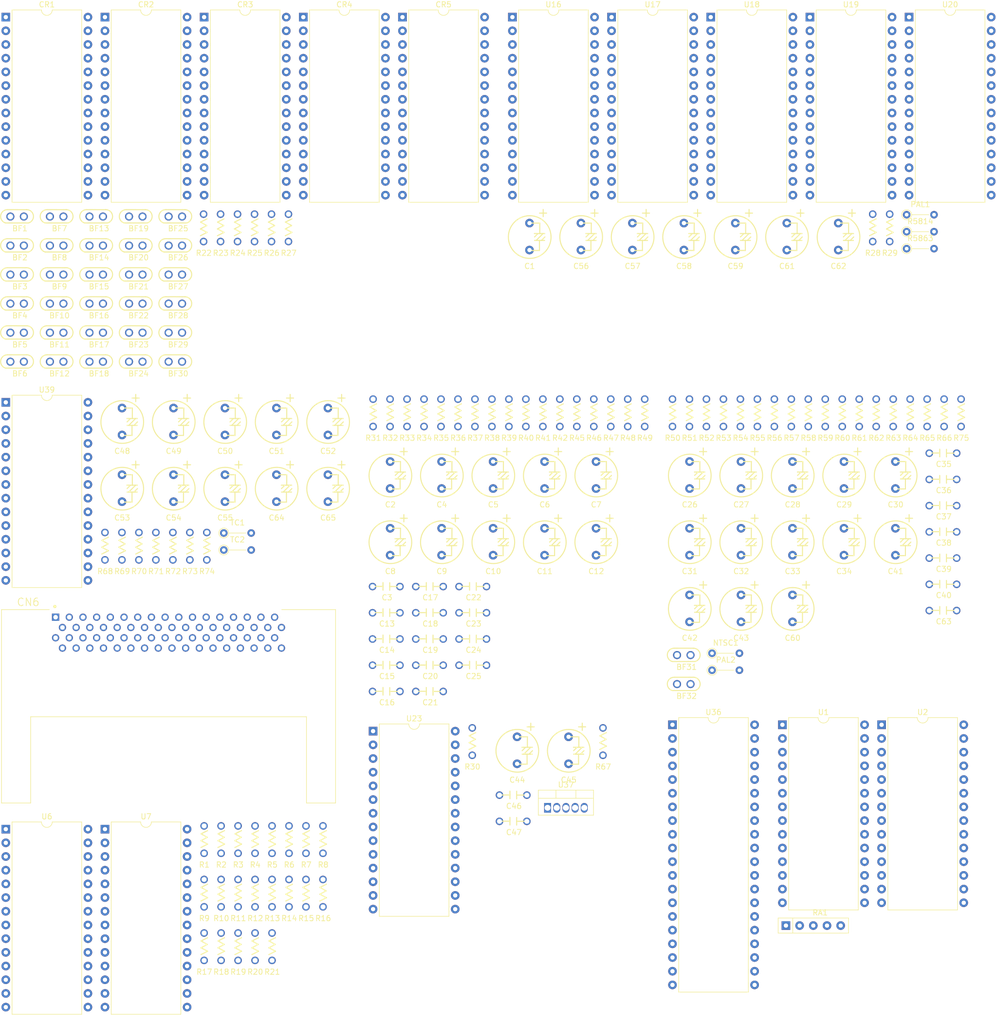
<source format=kicad_pcb>
(kicad_pcb (version 20221018) (generator pcbnew)
  (layers (0 "F.Cu" signal) (31 "B.Cu" signal) (34 "B.Paste" user) (35 "F.Paste" user) (36 "B.SilkS" user "B.Silkscreen") (37 "F.SilkS" user "F.Silkscreen") (38 "B.Mask" user) (39 "F.Mask" user) (44 "Edge.Cuts" user))
  (net 0 "")
  (net 1 "Net-(CR2-IN2)")
  (net 2 "Net-(BF1-Pad2)")
  (net 3 "Net-(CR3-IN4)")
  (net 4 "Net-(BF2-Pad2)")
  (net 5 "Net-(CR3-IN2)")
  (net 6 "Net-(BF3-Pad2)")
  (net 7 "Net-(CR4-IN4)")
  (net 8 "Net-(BF4-Pad2)")
  (net 9 "Net-(CR4-IN2)")
  (net 10 "Net-(BF5-Pad2)")
  (net 11 "Net-(CR5-IN4)")
  (net 12 "Net-(BF6-Pad2)")
  (net 13 "Net-(CR5-IN2)")
  (net 14 "Net-(BF7-Pad2)")
  (net 15 "Net-(CR5-IN1)")
  (net 16 "Net-(CN1-P9)")
  (net 17 "Net-(CR5-IN3)")
  (net 18 "Net-(CN1-P10)")
  (net 19 "Net-(CR4-IN1)")
  (net 20 "Net-(CN1-P111)")
  (net 21 "Net-(CR4-IN3)")
  (net 22 "Net-(CN1-P12)")
  (net 23 "Net-(CR3-IN1)")
  (net 24 "Net-(CN1-P13)")
  (net 25 "Net-(CR3-IN3)")
  (net 26 "Net-(CN2-P9)")
  (net 27 "Net-(CR2-IN1)")
  (net 28 "Net-(CN2-P10)")
  (net 29 "Net-(CR2-IN4)")
  (net 30 "Net-(BF15-Pad2)")
  (net 31 "Net-(CR1-IN2)")
  (net 32 "Net-(BF16-Pad2)")
  (net 33 "Net-(CR1-IN4)")
  (net 34 "Net-(BF17-Pad2)")
  (net 35 "Net-(CR2-IN3)")
  (net 36 "Net-(CN2-P111)")
  (net 37 "Net-(CR1-IN1)")
  (net 38 "Net-(CN2-P12)")
  (net 39 "Net-(CR1-IN3)")
  (net 40 "Net-(CN2-P13)")
  (net 41 "Net-(BF21-Pad1)")
  (net 42 "Net-(CN1-P15)")
  (net 43 "Net-(BF22-Pad1)")
  (net 44 "Net-(BF22-Pad2)")
  (net 45 "Net-(BF23-Pad1)")
  (net 46 "Net-(CN1-P14)")
  (net 47 "Net-(BF24-Pad1)")
  (net 48 "Net-(CN2-P14)")
  (net 49 "Net-(BF25-Pad1)")
  (net 50 "Net-(BF25-Pad2)")
  (net 51 "Net-(BF26-Pad1)")
  (net 52 "Net-(CN2-P15)")
  (net 53 "Net-(BF27-Pad1)")
  (net 54 "VCC")
  (net 55 "Net-(BF28-Pad1)")
  (net 56 "GND")
  (net 57 "Net-(BF29-Pad1)")
  (net 58 "Net-(BF30-Pad1)")
  (net 59 "Net-(BF31-Pad2)")
  (net 60 "Net-(BF32-Pad2)")
  (net 61 "Net-(U13-RST)")
  (net 62 "Net-(U26-RB)")
  (net 63 "Net-(U26-TOBUF)")
  (net 64 "Net-(U25-BY1)")
  (net 65 "Net-(U25-BY2)")
  (net 66 "Net-(U25-IN1)")
  (net 67 "Net-(C6-Pad2)")
  (net 68 "Net-(U25-IN2)")
  (net 69 "Net-(C7-Pad2)")
  (net 70 "Net-(C10-Pad1)")
  (net 71 "Net-(C12-Pad1)")
  (net 72 "Net-(C9-Pad2)")
  (net 73 "Net-(C10-Pad2)")
  (net 74 "Net-(U25-VR)")
  (net 75 "Net-(U26-CH2)")
  (net 76 "Net-(U26-CH1)")
  (net 77 "Net-(U29A--)")
  (net 78 "Net-(C15-Pad2)")
  (net 79 "Net-(C16-Pad1)")
  (net 80 "Net-(U29A-+)")
  (net 81 "Net-(C18-Pad1)")
  (net 82 "Net-(U29B--)")
  (net 83 "Net-(U29B-+)")
  (net 84 "Net-(C20-Pad2)")
  (net 85 "Net-(U27-AOUT)")
  (net 86 "Net-(C21-Pad2)")
  (net 87 "Net-(C22-Pad2)")
  (net 88 "Net-(C23-Pad1)")
  (net 89 "AUDIOL")
  (net 90 "Net-(C24-Pad1)")
  (net 91 "AUDIOR")
  (net 92 "Net-(U31A-+)")
  (net 93 "Net-(C26-Pad1)")
  (net 94 "Net-(U32-RIN)")
  (net 95 "Net-(C27-Pad1)")
  (net 96 "Net-(U32-GIN)")
  (net 97 "Net-(C28-Pad1)")
  (net 98 "Net-(U32-BIN)")
  (net 99 "Net-(C29-Pad1)")
  (net 100 "Net-(C29-Pad2)")
  (net 101 "Net-(U32-CIN)")
  (net 102 "Net-(C30-Pad2)")
  (net 103 "Net-(C31-Pad1)")
  (net 104 "Net-(U32-YIN)")
  (net 105 "Net-(U32-VREF)")
  (net 106 "Net-(U32-AUDIOOUT)")
  (net 107 "/RGB VIDEO/AUDIO")
  (net 108 "Net-(U32-AUDIOIN)")
  (net 109 "AUDIOMONO")
  (net 110 "Net-(U32-ROUT)")
  (net 111 "Net-(C36-Pad2)")
  (net 112 "Net-(U32-GOUT)")
  (net 113 "Net-(C37-Pad2)")
  (net 114 "Net-(U32-BOUT)")
  (net 115 "Net-(C38-Pad2)")
  (net 116 "Net-(U32-VIDEO)")
  (net 117 "Net-(C39-Pad2)")
  (net 118 "Net-(U32-SYNCOUT)")
  (net 119 "Net-(C40-Pad2)")
  (net 120 "Net-(U32-IREF)")
  (net 121 "Net-(C42-Pad1)")
  (net 122 "Net-(U32-XIN)")
  (net 123 "Net-(#FLG0102-pwr)")
  (net 124 "Net-(J4-In)")
  (net 125 "Net-(J4-Ext)")
  (net 126 "Net-(#FLG0103-pwr)")
  (net 127 "Net-(C48-Pad1)")
  (net 128 "Net-(U39-A1)")
  (net 129 "Net-(U39-A0)")
  (net 130 "Net-(D3-K)")
  (net 131 "Net-(C50-Pad2)")
  (net 132 "Net-(C51-Pad2)")
  (net 133 "Net-(C52-Pad2)")
  (net 134 "Net-(C53-Pad1)")
  (net 135 "Net-(C53-Pad2)")
  (net 136 "Net-(C54-Pad2)")
  (net 137 "Net-(C55-Pad2)")
  (net 138 "1MB")
  (net 139 "BNKB")
  (net 140 "PCK1")
  (net 141 "PCK2")
  (net 142 "CMBL")
  (net 143 "1H1")
  (net 144 "Net-(C65-Pad2)")
  (net 145 "/CARD INTERFACE/CDD3")
  (net 146 "/CARD INTERFACE/CDD4")
  (net 147 "/CARD INTERFACE/CDD5")
  (net 148 "/CARD INTERFACE/CDD6")
  (net 149 "/CARD INTERFACE/CDD7")
  (net 150 "CARDCS")
  (net 151 "/CARD INTERFACE/CDA10")
  (net 152 "CARDOE")
  (net 153 "/CARD INTERFACE/CDA11")
  (net 154 "/CARD INTERFACE/CDA9")
  (net 155 "/CARD INTERFACE/CDA8")
  (net 156 "/CARD INTERFACE/CDA13")
  (net 157 "/CARD INTERFACE/CDA14")
  (net 158 "Net-(CN6-Pad15)")
  (net 160 "/CARD INTERFACE/CDA16")
  (net 161 "/CARD INTERFACE/CDA15")
  (net 162 "/CARD INTERFACE/CDA12")
  (net 163 "/CARD INTERFACE/CDA7")
  (net 164 "/CARD INTERFACE/CDA6")
  (net 165 "/CARD INTERFACE/CDA5")
  (net 166 "/CARD INTERFACE/CDA4")
  (net 167 "/CARD INTERFACE/CDA3")
  (net 168 "/CARD INTERFACE/CDA2")
  (net 169 "/CARD INTERFACE/CDA1")
  (net 170 "/CARD INTERFACE/CDA0")
  (net 171 "/CARD INTERFACE/CDD0")
  (net 172 "/CARD INTERFACE/CDD1")
  (net 173 "/CARD INTERFACE/CDD2")
  (net 174 "WP")
  (net 175 "CD1")
  (net 176 "/CARD INTERFACE/CDD11")
  (net 177 "/CARD INTERFACE/CDD12")
  (net 178 "/CARD INTERFACE/CDD13")
  (net 179 "/CARD INTERFACE/CDD14")
  (net 180 "/CARD INTERFACE/CDD15")
  (net 184 "/CARD INTERFACE/CDA17")
  (net 185 "/CARD INTERFACE/CDA18")
  (net 186 "/CARD INTERFACE/CDA19")
  (net 187 "/CARD INTERFACE/CDA20")
  (net 188 "/CARD INTERFACE/CDA21")
  (net 189 "/CARD INTERFACE/CDA22")
  (net 190 "/CARD INTERFACE/CDA23")
  (net 197 "Net-(CN6-Pad61)")
  (net 200 "/CARD INTERFACE/CDD8")
  (net 201 "/CARD INTERFACE/CDD9")
  (net 202 "/CARD INTERFACE/CDD10")
  (net 203 "CD2")
  (net 204 "/CONTROLLER/IN16")
  (net 205 "/CONTROLLER/IN17")
  (net 206 "/CONTROLLER/IN22")
  (net 207 "/CONTROLLER/IN23")
  (net 208 "/CONTROLLER/IN12")
  (net 209 "/CONTROLLER/IN13")
  (net 210 "/CONTROLLER/IN14")
  (net 211 "/CONTROLLER/IN15")
  (net 212 "/CONTROLLER/IN20")
  (net 213 "/CONTROLLER/IN21")
  (net 214 "/CONTROLLER/IN10")
  (net 215 "/CONTROLLER/IN11")
  (net 216 "/CONTROLLER/IN4")
  (net 217 "/CONTROLLER/IN5")
  (net 218 "/CONTROLLER/IN6")
  (net 219 "/CONTROLLER/IN7")
  (net 220 "/CONTROLLER/IN0")
  (net 221 "/CONTROLLER/IN1")
  (net 222 "/CONTROLLER/IN2")
  (net 223 "/CONTROLLER/IN3")
  (net 224 "Net-(U32-NTSC{slash}PAL)")
  (net 225 "Net-(U21-INT)")
  (net 226 "Net-(U9-Q2)")
  (net 227 "BIN")
  (net 228 "Net-(U9-Q7)")
  (net 229 "GIN")
  (net 230 "Net-(U10-Q4)")
  (net 231 "RIN")
  (net 232 "Net-(R4-Pad1)")
  (net 233 "Net-(R5-Pad1)")
  (net 234 "Net-(R6-Pad1)")
  (net 235 "Net-(U9-Q0)")
  (net 236 "Net-(U9-Q1)")
  (net 237 "Net-(U9-Q3)")
  (net 238 "Net-(U9-Q4)")
  (net 239 "Net-(U9-Q5)")
  (net 240 "Net-(U9-Q6)")
  (net 241 "Net-(U10-Q0)")
  (net 242 "Net-(U10-Q1)")
  (net 243 "Net-(U10-Q2)")
  (net 244 "Net-(U10-Q3)")
  (net 245 "Net-(U10-Q5)")
  (net 246 "Net-(U10-Q6)")
  (net 247 "Net-(R19-Pad1)")
  (net 248 "Net-(R20-Pad1)")
  (net 249 "Net-(R21-Pad1)")
  (net 250 "Net-(R22-Pad1)")
  (net 251 "Net-(R23-Pad1)")
  (net 252 "Net-(R24-Pad1)")
  (net 253 "Net-(R25-Pad1)")
  (net 254 "Net-(R26-Pad1)")
  (net 255 "Net-(R27-Pad1)")
  (net 256 "Net-(U14-OUT)")
  (net 257 "Net-(U24-~{BUSRQ})")
  (net 258 "Z80INT")
  (net 259 "Net-(U25-OUT2)")
  (net 260 "Net-(U25-OUT1)")
  (net 261 "Net-(U30B--)")
  (net 262 "Net-(U30A--)")
  (net 263 "Net-(U31A--)")
  (net 264 "Net-(U31B-+)")
  (net 265 "Net-(U32-COUT)")
  (net 266 "Net-(U32-YOUT)")
  (net 267 "SYNC")
  (net 268 "/RGB VIDEO/VIDEO")
  (net 269 "/RGB VIDEO/B")
  (net 270 "/RGB VIDEO/G")
  (net 271 "/RGB VIDEO/R")
  (net 272 "Net-(SW2-A)")
  (net 273 "Net-(U39-PD)")
  (net 274 "DIVI")
  (net 275 "Net-(U19-A11)")
  (net 276 "Net-(U19-~{WE})")
  (net 277 "Net-(J1-B)")
  (net 278 "HALT")
  (net 279 "RESET")
  (net 280 "Net-(RA1-R4)")
  (net 281 "/CPU/A15")
  (net 282 "/CPU/A13")
  (net 283 "/CPU/A8")
  (net 284 "/CPU/A7")
  (net 285 "/CPU/A6")
  (net 286 "/CPU/A5")
  (net 287 "/CPU/A4")
  (net 288 "/CPU/A3")
  (net 289 "/CPU/A2")
  (net 290 "/CPU/A1")
  (net 291 "/CPU/D0")
  (net 292 "/CPU/D1")
  (net 293 "/CPU/D2")
  (net 294 "/CPU/D3")
  (net 295 "/CPU/D4")
  (net 296 "/CPU/D5")
  (net 297 "/CPU/D6")
  (net 298 "/CPU/D7")
  (net 299 "/CPU/A11")
  (net 300 "Net-(U1-~{OE})")
  (net 301 "/CPU/A12")
  (net 302 "/CPU/A10")
  (net 303 "/CPU/A9")
  (net 304 "/CPU/A14")
  (net 305 "Net-(U1-~{WE})")
  (net 306 "/CPU/D8")
  (net 307 "/CPU/D9")
  (net 308 "/CPU/D10")
  (net 309 "/CPU/D11")
  (net 310 "/CPU/D12")
  (net 311 "/CPU/D13")
  (net 312 "/CPU/D14")
  (net 313 "/CPU/D15")
  (net 314 "Net-(U2-~{OE})")
  (net 315 "Net-(U2-~{WE})")
  (net 316 "PALBNK")
  (net 317 "PA7")
  (net 318 "PA6")
  (net 319 "PA5")
  (net 320 "PA4")
  (net 321 "PA3")
  (net 322 "PA2")
  (net 323 "PA1")
  (net 324 "PA0")
  (net 325 "/VIDEO/PC8")
  (net 326 "/VIDEO/PC9")
  (net 327 "/VIDEO/PC10")
  (net 328 "/VIDEO/PC11")
  (net 329 "/VIDEO/PC12")
  (net 330 "/VIDEO/PC13")
  (net 331 "/VIDEO/PC14")
  (net 332 "/VIDEO/PC15")
  (net 333 "PA10")
  (net 334 "PA11")
  (net 335 "PA9")
  (net 336 "PA8")
  (net 337 "Net-(U5-WE)")
  (net 338 "/VIDEO/PC0")
  (net 339 "/VIDEO/PC1")
  (net 340 "/VIDEO/PC2")
  (net 341 "/VIDEO/PC3")
  (net 342 "/VIDEO/PC4")
  (net 343 "/VIDEO/PC5")
  (net 344 "/VIDEO/PC6")
  (net 345 "/VIDEO/PC7")
  (net 346 "/Cartridge Slots/P15")
  (net 347 "/Cartridge Slots/P12")
  (net 348 "/Cartridge Slots/P7")
  (net 349 "/Cartridge Slots/P6")
  (net 350 "/Cartridge Slots/P5")
  (net 351 "/Cartridge Slots/P4")
  (net 352 "/Cartridge Slots/P3")
  (net 353 "/Cartridge Slots/P2")
  (net 354 "/Cartridge Slots/P1")
  (net 355 "/Cartridge Slots/P0")
  (net 356 "Net-(U15-I0a)")
  (net 357 "Net-(U15-I1a)")
  (net 358 "Net-(U15-I2a)")
  (net 359 "Net-(U15-I3a)")
  (net 360 "Net-(U15-I0b)")
  (net 361 "Net-(U15-I1b)")
  (net 362 "Net-(U15-I2b)")
  (net 363 "Net-(U15-I3b)")
  (net 364 "Net-(U15-OEa)")
  (net 365 "/Cartridge Slots/P10")
  (net 366 "/Cartridge Slots/P11")
  (net 367 "/Cartridge Slots/P9")
  (net 368 "/Cartridge Slots/P8")
  (net 369 "/Cartridge Slots/P13")
  (net 370 "/Cartridge Slots/P14")
  (net 371 "/GRAPHICS/B14")
  (net 372 "/GRAPHICS/B12")
  (net 373 "/GRAPHICS/B7")
  (net 374 "/GRAPHICS/B6")
  (net 375 "/GRAPHICS/B5")
  (net 376 "/GRAPHICS/B4")
  (net 377 "/GRAPHICS/B3")
  (net 378 "/GRAPHICS/B2")
  (net 379 "/GRAPHICS/B1")
  (net 380 "/GRAPHICS/B0")
  (net 381 "/GRAPHICS/E0")
  (net 382 "/GRAPHICS/E1")
  (net 383 "/GRAPHICS/E2")
  (net 384 "/GRAPHICS/E3")
  (net 385 "/GRAPHICS/E4")
  (net 386 "/GRAPHICS/E5")
  (net 387 "/GRAPHICS/E6")
  (net 388 "/GRAPHICS/E7")
  (net 389 "/GRAPHICS/B10")
  (net 390 "Net-(U17-~{OE})")
  (net 391 "/GRAPHICS/B11")
  (net 392 "/GRAPHICS/B9")
  (net 393 "/GRAPHICS/B8")
  (net 394 "/GRAPHICS/B13")
  (net 395 "Net-(U17-~{WE})")
  (net 396 "/GRAPHICS/E8")
  (net 397 "/GRAPHICS/E9")
  (net 398 "/GRAPHICS/E10")
  (net 399 "/GRAPHICS/E11")
  (net 400 "/GRAPHICS/E12")
  (net 401 "/GRAPHICS/E13")
  (net 402 "/GRAPHICS/E14")
  (net 403 "/GRAPHICS/E15")
  (net 404 "/GRAPHICS/C7")
  (net 405 "/GRAPHICS/C6")
  (net 406 "/GRAPHICS/C5")
  (net 407 "/GRAPHICS/C4")
  (net 408 "/GRAPHICS/C3")
  (net 409 "/GRAPHICS/C2")
  (net 410 "/GRAPHICS/C1")
  (net 411 "/GRAPHICS/C0")
  (net 412 "/GRAPHICS/F0")
  (net 413 "/GRAPHICS/F1")
  (net 414 "/GRAPHICS/F2")
  (net 415 "/GRAPHICS/F3")
  (net 416 "/GRAPHICS/F4")
  (net 417 "/GRAPHICS/F5")
  (net 418 "/GRAPHICS/F6")
  (net 419 "/GRAPHICS/F7")
  (net 420 "/GRAPHICS/C10")
  (net 421 "/GRAPHICS/C9")
  (net 422 "/GRAPHICS/C8")
  (net 423 "/GRAPHICS/F8")
  (net 424 "/GRAPHICS/F9")
  (net 425 "/GRAPHICS/F10")
  (net 426 "/GRAPHICS/F11")
  (net 427 "/GRAPHICS/F12")
  (net 428 "/GRAPHICS/F13")
  (net 429 "/GRAPHICS/F14")
  (net 430 "/GRAPHICS/F15")
  (net 431 "/Cartridge Slots/SDA7")
  (net 432 "/Cartridge Slots/SDA6")
  (net 433 "/Cartridge Slots/SDA5")
  (net 434 "/Cartridge Slots/SDA4")
  (net 435 "/Cartridge Slots/SDA3")
  (net 436 "/Cartridge Slots/SDA2")
  (net 437 "/Cartridge Slots/SDA1")
  (net 438 "/Cartridge Slots/SDA0")
  (net 439 "/CPU/SDD0")
  (net 440 "/CPU/SDD1")
  (net 441 "/CPU/SDD2")
  (net 442 "/CPU/SDD3")
  (net 443 "/CPU/SDD4")
  (net 444 "/CPU/SDD5")
  (net 445 "/CPU/SDD6")
  (net 446 "/CPU/SDD7")
  (net 447 "Net-(U22-SROMB)")
  (net 448 "/Cartridge Slots/SDA10")
  (net 449 "SDMRD")
  (net 450 "Net-(U22-WEG1)")
  (net 451 "/Cartridge Slots/SDA9")
  (net 452 "/Cartridge Slots/SDA8")
  (net 453 "Net-(U34-ANO0)")
  (net 454 "/CPU/A0")
  (net 456 "Net-(D2-A)")
  (net 457 "REF")
  (net 458 "DIVO")
  (footprint "1_NeoGeoLibrary:Resistor1-5mm" (layer "F.Cu") (at 433.86 88.745)
    (fp_text reference "R53")
    (fp_text value "27KΩ")
  )
  (footprint "1_NeoGeoLibrary:Resistor1-5mm" (layer "F.Cu") (at 350.11 177.85)
    (fp_text reference "R13")
    (fp_text value "470Ω")
  )
  (footprint "1_NeoGeoLibrary:CAP1-5mm" (layer "F.Cu") (at 405.12 152.17)
    (fp_text reference "C45")
    (fp_text value "0.01uF")
  )
  (footprint "Package_DIP:DIP-28_W15.24mm" (layer "F.Cu") (at 319.07 10.175)
    (fp_text reference "CR2")
    (fp_text value "CRE401")
  )
  (footprint "1_NeoGeoLibrary:Resistor1-5mm" (layer "F.Cu") (at 372.01 88.745)
    (fp_text reference "R32")
    (fp_text value "1KΩ")
  )
  (footprint "1_NeoGeoLibrary:Resistor1-5mm" (layer "F.Cu") (at 406.66 88.745)
    (fp_text reference "R45")
    (fp_text value "10KΩ")
  )
  (footprint "Package_DIP:DIP-28_W15.24mm" (layer "F.Cu") (at 449.87 10.175)
    (fp_text reference "U19")
    (fp_text value "CXK5864P-35")
  )
  (footprint "1_NeoGeoLibrary:CAP1-5mm" (layer "F.Cu") (at 331.82 91.18)
    (fp_text reference "C49")
    (fp_text value "1uF")
  )
  (footprint "1_NeoGeoLibrary:BF-2.5mm" (layer "F.Cu") (at 332.65 60.655)
    (fp_text reference "BF27")
    (fp_text value "ZBF253D")
  )
  (footprint "1_NeoGeoLibrary:Resistor1-5mm" (layer "F.Cu") (at 387.26 149.735)
    (fp_text reference "R30")
    (fp_text value "4.7KΩ")
  )
  (footprint "1_NeoGeoLibrary:CAP3-5mm" (layer "F.Cu") (at 379.43 137.805)
    (fp_text reference "C21")
    (fp_text value "4.7uF")
  )
  (footprint "1_NeoGeoLibrary:Resistor1-5mm" (layer "F.Cu") (at 334.86 113.485)
    (fp_text reference "R73")
    (fp_text value "10Ω")
  )
  (footprint "1_NeoGeoLibrary:CAP3-5mm" (layer "F.Cu") (at 474.7 122.795)
    (fp_text reference "C63")
    (fp_text value "100uF/16v")
  )
  (footprint "Resistor_THT:R_Axial_DIN0204_L3.6mm_D1.6mm_P5.08mm_Vertical" (layer "F.Cu") (at 341.12 109.025)
    (fp_text reference "TC2")
    (fp_text value "0-50p")
  )
  (footprint "1_NeoGeoLibrary:Resistor1-5mm" (layer "F.Cu") (at 440.16 88.745)
    (fp_text reference "R55")
    (fp_text value "1KΩ")
  )
  (footprint "1_NeoGeoLibrary:CAP1-5mm" (layer "F.Cu") (at 372.02 101.11)
    (fp_text reference "C2")
    (fp_text value "10uF")
  )
  (footprint "Package_DIP:DIP-40_W15.24mm" (layer "F.Cu") (at 424.37 141.445)
    (fp_text reference "U36")
    (fp_text value "27C1024")
  )
  (footprint "1_NeoGeoLibrary:Resistor1-5mm" (layer "F.Cu") (at 346.96 177.85)
    (fp_text reference "R12")
    (fp_text value "2.2KΩ")
  )
  (footprint "1_NeoGeoLibrary:Resistor1-5mm" (layer "F.Cu") (at 403.51 88.745)
    (fp_text reference "R42")
    (fp_text value "4.7KΩ")
  )
  (footprint "1_NeoGeoLibrary:Resistor1-5mm" (layer "F.Cu") (at 353.26 177.85)
    (fp_text reference "R14")
    (fp_text value "220Ω")
  )
  (footprint "1_NeoGeoLibrary:Resistor1-5mm" (layer "F.Cu") (at 419.26 88.745)
    (fp_text reference "R49")
    (fp_text value "4.7KΩ")
  )
  (footprint "1_NeoGeoLibrary:Resistor1-5mm" (layer "F.Cu") (at 477.96 88.745)
    (fp_text reference "R75")
    (fp_text value "3.3Ω")
  )
  (footprint "1_NeoGeoLibrary:Resistor1-5mm" (layer "F.Cu") (at 346.96 187.785)
    (fp_text reference "R20")
    (fp_text value "150Ω")
  )
  (footprint "1_NeoGeoLibrary:Resistor1-5mm" (layer "F.Cu") (at 384.61 88.745)
    (fp_text reference "R36")
    (fp_text value "1KΩ")
  )
  (footprint "1_NeoGeoLibrary:CAP1-5mm" (layer "F.Cu") (at 456.22 113.48)
    (fp_text reference "C34")
    (fp_text value "10uF")
  )
  (footprint "1_NeoGeoLibrary:BF-2.5mm" (layer "F.Cu") (at 325.31 71.425)
    (fp_text reference "BF23")
    (fp_text value "ZBF253D")
  )
  (footprint "1_NeoGeoLibrary:Resistor1-5mm" (layer "F.Cu") (at 443.31 88.745)
    (fp_text reference "R56")
    (fp_text value "820Ω")
  )
  (footprint "1_NeoGeoLibrary:Resistor1-5mm" (layer "F.Cu") (at 468.51 88.745)
    (fp_text reference "R64")
    (fp_text value "68Ω")
  )
  (footprint "1_NeoGeoLibrary:Resistor1-5mm" (layer "F.Cu") (at 409.81 88.745)
    (fp_text reference "R46")
    (fp_text value "10KΩ")
  )
  (footprint "Package_DIP:DIP-28_W15.24mm" (layer "F.Cu") (at 319.07 160.805)
    (fp_text reference "U7")
    (fp_text value "uPD4364CX-12")
  )
  (footprint "1_NeoGeoLibrary:Resistor1-5mm" (layer "F.Cu") (at 328.56 113.485)
    (fp_text reference "R71")
    (fp_text value "3.3KΩ")
  )
  (footprint "Resistor_THT:R_Axial_DIN0204_L3.6mm_D1.6mm_P5.08mm_Vertical" (layer "F.Cu") (at 467.82 53.125)
    (fp_text reference "R5863")
    (fp_text value "0")
  )
  (footprint "1_NeoGeoLibrary:BF-2.5mm" (layer "F.Cu") (at 310.63 71.425)
    (fp_text reference "BF11")
    (fp_text value "ZBF253D")
  )
  (footprint "1_NeoGeoLibrary:Resistor1-5mm" (layer "F.Cu") (at 337.41 54.435)
    (fp_text reference "R22")
    (fp_text value "22Ω")
  )
  (footprint "1_NeoGeoLibrary:Resistor1-5mm" (layer "F.Cu") (at 350.11 167.915)
    (fp_text reference "R5")
    (fp_text value "8.2KΩ")
  )
  (footprint "1_NeoGeoLibrary:CAP1-5mm" (layer "F.Cu") (at 372.02 113.48)
    (fp_text reference "C8")
    (fp_text value "0.22uF")
  )
  (footprint "1_NeoGeoLibrary:TE_5535653-1" (layer "F.Cu") (at 330.87 127.21)
    (fp_text reference "CN6")
    (fp_text value "5535653-1")
  )
  (footprint "1_NeoGeoLibrary:Resistor1-5mm" (layer "F.Cu") (at 346.86 54.435)
    (fp_text reference "R25")
    (fp_text value "22Ω")
  )
  (footprint "1_NeoGeoLibrary:CAP1-5mm" (layer "F.Cu") (at 426.52 56.87)
    (fp_text reference "C58")
    (fp_text value "100pF")
  )
  (footprint "Package_DIP:DIP-28_W15.24mm" (layer "F.Cu") (at 355.87 10.175)
    (fp_text reference "CR4")
    (fp_text value "CRE401")
  )
  (footprint "1_NeoGeoLibrary:Resistor1-5mm" (layer "F.Cu") (at 322.26 113.485)
    (fp_text reference "R69")
    (fp_text value "100KΩ")
  )
  (footprint "1_NeoGeoLibrary:BF-2.5mm" (layer "F.Cu") (at 332.65 71.425)
    (fp_text reference "BF29")
    (fp_text value "ZBF253D")
  )
  (footprint "1_NeoGeoLibrary:BF-2.5mm" (layer "F.Cu") (at 303.29 66.04)
    (fp_text reference "BF4")
    (fp_text value "ZBF253D")
  )
  (footprint "Package_DIP:DIP-28_W15.24mm" (layer "F.Cu") (at 300.67 81.635)
    (fp_text reference "U39")
    (fp_text value "CX23065A")
  )
  (footprint "Package_TO_SOT_THT:TO-220-5_Vertical" (layer "F.Cu") (at 401.2 156.845)
    (fp_text reference "U37")
    (fp_text value "LM2576T-5")
  )
  (footprint "1_NeoGeoLibrary:CAP3-5mm" (layer "F.Cu") (at 474.7 103.335)
    (fp_text reference "C37")
    (fp_text value "100uF/6.3v")
  )
  (footprint "1_NeoGeoLibrary:CAP1-5mm" (layer "F.Cu") (at 446.67 125.85)
    (fp_text reference "C60")
    (fp_text value "100pF")
  )
  (footprint "1_NeoGeoLibrary:BF-2.5mm" (layer "F.Cu") (at 317.97 76.81)
    (fp_text reference "BF18")
    (fp_text value "ZBF253D")
  )
  (footprint "Package_DIP:DIP-28_W15.24mm" (layer "F.Cu") (at 394.67 10.175)
    (fp_text reference "U16")
    (fp_text value "TC531000AP")
  )
  (footprint "1_NeoGeoLibrary:CAP1-5mm" (layer "F.Cu") (at 400.67 113.48)
    (fp_text reference "C11")
    (fp_text value "22uF")
  )
  (footprint "1_NeoGeoLibrary:Resistor1-5mm" (layer "F.Cu") (at 343.71 54.435)
    (fp_text reference "R24")
    (fp_text value "22Ω")
  )
  (footprint "1_NeoGeoLibrary:BF-2.5mm" (layer "F.Cu") (at 325.31 76.81)
    (fp_text reference "BF24")
    (fp_text value "ZBF253D")
  )
  (footprint "1_NeoGeoLibrary:BF-2.5mm" (layer "F.Cu") (at 325.31 60.655)
    (fp_text reference "BF21")
    (fp_text value "ZBF253D")
  )
  (footprint "1_NeoGeoLibrary:Resistor1-5mm" (layer "F.Cu") (at 350.11 187.785)
    (fp_text reference "R21")
    (fp_text value "150Ω")
  )
  (footprint "1_NeoGeoLibrary:CAP3-5mm" (layer "F.Cu") (at 394.95 157.035)
    (fp_text reference "C46")
    (fp_text value "470uF/16v")
  )
  (footprint "1_NeoGeoLibrary:CAP1-5mm" (layer "F.Cu") (at 410.22 101.11)
    (fp_text reference "C7")
    (fp_text value "1uF")
  )
  (footprint "1_NeoGeoLibrary:CAP3-5mm" (layer "F.Cu") (at 387.46 132.94)
    (fp_text reference "C25")
    (fp_text value "100uF/6.3v")
  )
  (footprint "1_NeoGeoLibrary:BF-2.5mm" (layer "F.Cu") (at 310.63 55.27)
    (fp_text reference "BF8")
    (fp_text value "ZBF253D")
  )
  (footprint "Resistor_THT:R_Axial_DIN0204_L3.6mm_D1.6mm_P5.08mm_Vertical" (layer "F.Cu") (at 467.82 46.825)
    (fp_text reference "PAL1")
    (fp_text value "0")
  )
  (footprint "1_NeoGeoLibrary:CAP1-5mm" (layer "F.Cu") (at 400.67 101.11)
    (fp_text reference "C6")
    (fp_text value "1uF")
  )
  (footprint "1_NeoGeoLibrary:Resistor1-5mm" (layer "F.Cu") (at 337.51 177.85)
    (fp_text reference "R9")
    (fp_text value "470Ω")
  )
  (footprint "1_NeoGeoLibrary:BF-2.5mm" (layer "F.Cu") (at 303.29 55.27)
    (fp_text reference "BF2")
    (fp_text value "ZBF253D")
  )
  (footprint "1_NeoGeoLibrary:Resistor1-5mm" (layer "F.Cu") (at 350.01 54.435)
    (fp_text reference "R26")
    (fp_text value "22Ω")
  )
  (footprint "1_NeoGeoLibrary:CAP3-5mm" (layer "F.Cu") (at 474.7 93.605)
    (fp_text reference "C35")
    (fp_text value "4.7uf")
  )
  (footprint "1_NeoGeoLibrary:Resistor1-5mm" (layer "F.Cu") (at 471.66 88.745)
    (fp_text reference "R65")
    (fp_text value "68Ω")
  )
  (footprint "1_NeoGeoLibrary:Resistor1-5mm" (layer "F.Cu") (at 416.11 88.745)
    (fp_text reference "R48")
    (fp_text value "4.7KΩ")
  )
  (footprint "1_NeoGeoLibrary:Resistor1-5mm" (layer "F.Cu") (at 343.81 167.915)
    (fp_text reference "R3")
    (fp_text value "1KΩ")
  )
  (footprint "1_NeoGeoLibrary:CAP1-5mm" (layer "F.Cu") (at 391.12 113.48)
    (fp_text reference "C10")
    (fp_text value "220uF")
  )
  (footprint "1_NeoGeoLibrary:Resistor1-5mm" (layer "F.Cu") (at 412.96 88.745)
    (fp_text reference "R47")
    (fp_text value "68KΩ")
  )
  (footprint "1_NeoGeoLibrary:Resistor1-5mm" (layer "F.Cu") (at 424.41 88.745)
    (fp_text reference "R50")
    (fp_text value "2.2KΩ")
  )
  (footprint "1_NeoGeoLibrary:Resistor1-5mm" (layer "F.Cu") (at 449.61 88.745)
    (fp_text reference "R58")
    (fp_text value "6.8KΩ")
  )
  (footprint "1_NeoGeoLibrary:CAP1-5mm" (layer "F.Cu") (at 427.57 113.48)
    (fp_text reference "C31")
    (fp_text value "39pF (30pF)")
  )
  (footprint "1_NeoGeoLibrary:Resistor1-5mm" (layer "F.Cu") (at 474.81 88.745)
    (fp_text reference "R66")
    (fp_text value "470Ω")
  )
  (footprint "1_NeoGeoLibrary:CAP3-5mm" (layer "F.Cu") (at 371.4 123.21)
    (fp_text reference "C13")
    (fp_text value "0.0022uF")
  )
  (footprint "1_NeoGeoLibrary:CAP1-5mm" (layer "F.Cu") (at 437.12 125.85)
    (fp_text reference "C43")
    (fp_text value "47pF")
  )
  (footprint "1_NeoGeoLibrary:Resistor1-5mm" (layer "F.Cu") (at 411.51 149.735)
    (fp_text reference "R67")
    (fp_text value "10KΩ")
  )
  (footprint "1_NeoGeoLibrary:CAP1-5mm" (layer "F.Cu") (at 436.07 56.87)
    (fp_text reference "C59")
    (fp_text value "100pF")
  )
  (footprint "1_NeoGeoLibrary:BF-2.5mm" (layer "F.Cu") (at 325.31 49.885)
    (fp_text reference "BF19")
    (fp_text value "ZBF253D")
  )
  (footprint "1_NeoGeoLibrary:Resistor1-5mm" (layer "F.Cu") (at 346.96 167.915)
    (fp_text reference "R4")
    (fp_text value "8.2KΩ")
  )
  (footprint "1_NeoGeoLibrary:CAP1-5mm" (layer "F.Cu") (at 341.37 91.18)
    (fp_text reference "C50")
    (fp_text value "1000pF")
  )
  (footprint "1_NeoGeoLibrary:Resistor1-5mm" (layer "F.Cu") (at 340.66 167.915)
    (fp_text reference "R2")
    (fp_text value "1KΩ")
  )
  (footprint "1_NeoGeoLibrary:CAP1-5mm" (layer "F.Cu") (at 410.22 113.48)
    (fp_text reference "C12")
    (fp_text value "0.22uF")
  )
  (footprint "1_NeoGeoLibrary:Resistor1-5mm" (layer "F.Cu") (at 390.91 88.745)
    (fp_text reference "R38")
    (fp_text value "1KΩ")
  )
  (footprint "1_NeoGeoLibrary:CAP1-5mm" (layer "F.Cu") (at 427.57 101.11)
    (fp_text reference "C26")
    (fp_text value "0.1uF")
  )
  (footprint "1_NeoGeoLibrary:CAP1-5mm" (layer "F.Cu") (at 360.47 103.55)
    (fp_text reference "C65")
    (fp_text value "30pF(CH)    (100pF(CH))")
  )
  (footprint "1_NeoGeoLibrary:CAP3-5mm" (layer "F.Cu") (at 379.43 128.075)
    (fp_text reference "C19")
    (fp_text value "0.0022uF")
  )
  (footprint "1_NeoGeoLibrary:CAP1-5mm" (layer "F.Cu") (at 397.87 56.87)
    (fp_text reference "C1")
    (fp_text value "1uF")
  )
  (footprint "1_NeoGeoLibrary:CAP3-5mm" (layer "F.Cu") (at 379.43 123.21)
    (fp_text reference "C18")
    (fp_text value "0.0027uF")
  )
  (footprint "Package_DIP:DIP-28_W15.24mm" (layer "F.Cu") (at 431.47 10.175)
    (fp_text reference "U18")
    (fp_text value "uPD43256AGU-12L")
  )
  (footprint "1_NeoGeoLibrary:BF-2.5mm" (layer "F.Cu") (at 317.97 71.425)
    (fp_text reference "BF17")
    (fp_text value "ZBF253D")
  )
  (footprint "1_NeoGeoLibrary:CAP1-5mm" (layer "F.Cu") (at 465.77 113.48)
    (fp_text reference "C41")
    (fp_text value "10uF")
  )
  (footprint "1_NeoGeoLibrary:CAP1-5mm" (layer "F.Cu") (at 446.67 113.48)
    (fp_text reference "C33")
    (fp_text value "100pF")
  )
  (footprint "1_NeoGeoLibrary:Resistor1-5mm" (layer "F.Cu") (at 437.01 88.745)
    (fp_text reference "R54")
    (fp_text value "1KΩ")
  )
  (footprint "1_NeoGeoLibrary:Resistor1-5mm" (layer "F.Cu") (at 343.81 187.785)
    (fp_text reference "R19")
    (fp_text value "150Ω")
  )
  (footprint "1_NeoGeoLibrary:CAP1-5mm" (layer "F.Cu") (at 322.27 103.55)
    (fp_text reference "C53")
    (fp_text value "100pF(CH)")
  )
  (footprint "1_NeoGeoLibrary:Resistor1-5mm" (layer "F.Cu") (at 356.41 177.85)
    (fp_text reference "R15")
    (fp_text value "3.9KΩ")
  )
  (footprint "1_NeoGeoLibrary:CAP1-5mm" (layer "F.Cu") (at 456.22 101.11)
    (fp_text reference "C29")
    (fp_text value "100p (82p)")
  )
  (footprint "1_NeoGeoLibrary:CAP1-5mm" (layer "F.Cu") (at 427.57 125.85)
    (fp_text reference "C42")
    (fp_text value "100pF")
  )
  (footprint "1_NeoGeoLibrary:CAP1-5mm" (layer "F.Cu") (at 350.92 103.55)
    (fp_text reference "C64")
    (fp_text value "10pF(CH)")
  )
  (footprint "1_NeoGeoLibrary:CAP1-5mm" (layer "F.Cu") (at 395.57 152.17)
    (fp_text reference "C44")
    (fp_text value "0.01uF")
  )
  (footprint "1_NeoGeoLibrary:CAP1-5mm" (layer "F.Cu") (at 322.27 91.18)
    (fp_text reference "C48")
    (fp_text value "0.001uF")
  )
  (footprint "1_NeoGeoLibrary:BF-2.5mm" (layer "F.Cu") (at 332.65 55.27)
    (fp_text reference "BF26")
    (fp_text value "ZBF253D")
  )
  (footprint "Package_DIP:DIP-28_W15.24mm" (layer "F.Cu") (at 300.67 10.175)
    (fp_text reference "CR1")
    (fp_text value "CRE401")
  )
  (footprint "1_NeoGeoLibrary:CAP1-5mm" (layer "F.Cu") (at 445.62 56.87)
    (fp_text reference "C61")
    (fp_text value "200pF")
  )
  (footprint "Package_DIP:DIP-28_W15.24mm" (layer "F.Cu") (at 413.07 10.175)
    (fp_text reference "U17")
    (fp_text value "uPD43256AGU-12L")
  )
  (footprint "1_NeoGeoLibrary:BF-2.5mm" (layer "F.Cu") (at 325.31 55.27)
    (fp_text reference "BF20")
    (fp_text value "ZBF253D")
  )
  (footprint "1_NeoGeoLibrary:Resistor1-5mm" (layer "F.Cu") (at 452.76 88.745)
    (fp_text reference "R59")
    (fp_text value "6.8KΩ")
  )
  (footprint "Resistor_THT:R_Axial_DIN0204_L3.6mm_D1.6mm_P5.08mm_Vertical" (layer "F.Cu") (at 467.82 49.975)
    (fp_text reference "R5814")
    (fp_text value "0")
  )
  (footprint "Package_DIP:DIP-28_W15.24mm" (layer "F.Cu") (at 337.47 10.175)
    (fp_text reference "CR3")
    (fp_text value "CRE401")
  )
  (footprint "1_NeoGeoLibrary:BF-2.5mm" (layer "F.Cu") (at 317.97 60.655)
    (fp_text reference "BF15")
    (fp_text value "ZBF253D")
  )
  (footprint "1_NeoGeoLibrary:CAP3-5mm" (layer "F.Cu") (at 371.4 128.075)
    (fp_text reference "C14")
    (fp_text value "0.0022uF")
  )
  (footprint "1_NeoGeoLibrary:BF-2.5mm" (layer "F.Cu") (at 310.63 49.885)
    (fp_text reference "BF7")
    (fp_text value "ZBF253D")
  )
  (footprint "1_NeoGeoLibrary:BF-2.5mm" (layer "F.Cu") (at 303.29 49.885)
    (fp_text reference "BF1")
    (fp_text value "ZBF253D")
  )
  (footprint "1_NeoGeoLibrary:BF-2.5mm" (layer "F.Cu") (at 325.31 66.04)
    (fp_text reference "BF22")
    (fp_text value "ZBF253D")
  )
  (footprint "1_NeoGeoLibrary:BF-2.5mm" (layer "F.Cu") (at 332.65 66.04)
    (fp_text reference "BF28")
    (fp_text value "ZBF253D")
  )
  (footprint "1_NeoGeoLibrary:Resistor1-5mm" (layer "F.Cu") (at 394.06 88.745)
    (fp_text reference "R39")
    (fp_text value "4.7KΩ")
  )
  (footprint "1_NeoGeoLibrary:CAP3-5mm" (layer "F.Cu") (at 371.4 137.805)
    (fp_text reference "C16")
    (fp_text value "0.0027uF")
  )
  (footprint "1_NeoGeoLibrary:CAP1-5mm" (layer "F.Cu") (at 350.92 91.18)
    (fp_text reference "C51")
    (fp_text value "0.1uF")
  )
  (footprint "Package_DIP:DIP-28_W15.24mm" (layer "F.Cu") (at 468.27 10.175)
    (fp_text reference "U20")
    (fp_text value "CXK5864P-35")
  )
  (footprint "1_NeoGeoLibrary:Resistor1-5mm" (layer "F.Cu") (at 353.16 54.435)
    (fp_text reference "R27")
    (fp_text value "22Ω")
  )
  (footprint "1_NeoGeoLibrary:BF-2.5mm" (layer "F.Cu") (at 332.65 76.81)
    (fp_text reference "BF30")
    (fp_text value "ZBF253D")
  )
  (footprint "1_NeoGeoLibrary:Resistor1-5mm" (layer "F.Cu") (at 338.01 113.485)
    (fp_text reference "R74")
    (fp_text value "220Ω")
  )
  (footprint "1_NeoGeoLibrary:Resistor1-5mm" (layer "F.Cu") (at 461.56 54.435)
    (fp_text reference "R28")
    (fp_text value "10KΩ")
  )
  (footprint "1_NeoGeoLibrary:CAP1-5mm" (layer "F.Cu") (at 381.57 101.11)
    (fp_text reference "C4")
    (fp_text value "22uF")
  )
  (footprint "1_NeoGeoLibrary:CAP1-5mm" (layer "F.Cu") (at 416.97 56.87)
    (fp_text reference "C57")
    (fp_text value "330pF")
  )
  (footprint "Package_DIP:DIP-28_W15.24mm" (layer "F.Cu") (at 444.77 141.445)
    (fp_text reference "U1")
    (fp_text value "uPD43256AGU-12L")
  )
  (footprint "1_NeoGeoLibrary:Resistor1-5mm" (layer "F.Cu") (at 340.66 187.785)
    (fp_text reference "R18")
    (fp_text value "220Ω")
  )
  (footprint "1_NeoGeoLibrary:CAP3-5mm" (layer "F.Cu") (at 371.4 118.345)
    (fp_text reference "C3")
    (fp_text value "68pF")
  )
  (footprint "1_NeoGeoLibrary:BF-2.5mm" (layer "F.Cu") (at 303.29 71.425)
    (fp_text reference "BF5")
    (fp_text value "ZBF253D")
  )
  (footprint "1_NeoGeoLibrary:CAP1-5mm" (layer "F.Cu") (at 455.17 56.87)
    (fp_text reference "C62")
    (fp_text value "200pF")
  )
  (footprint "1_NeoGeoLibrary:Resistor1-5mm" (layer "F.Cu") (at 359.56 177.85)
    (fp_text reference "R16")
    (fp_text value "2.2KΩ")
  )
  (footprint "1_NeoGeoLibrary:CAP3-5mm" (layer "F.Cu") (at 379.43 118.345)
    (fp_text reference "C17")
    (fp_text value "0.0022uF")
  )
  (footprint "1_NeoGeoLibrary:BF-2.5mm" (layer "F.Cu") (at 310.63 76.81)
    (fp_text reference "BF12")
    (fp_text value "ZBF253D")
  )
  (footprint "1_NeoGeoLibrary:CAP3-5mm" (layer "F.Cu") (at 387.46 128.075)
    (fp_text reference "C24")
    (fp_text value "4.7uF")
  )
  (footprint "Package_DIP:DIP-28_W15.24mm" (layer "F.Cu") (at 368.82 142.625)
    (fp_text reference "U23")
    (fp_text value "HM6116ASP-20")
  )
  (footprint "1_NeoGeoLibrary:Resistor1-5mm" (layer "F.Cu") (at 356.41 167.915)
    (fp_text reference "R7")
    (fp_text value "3.9KΩ")
  )
  (footprint "1_NeoGeoLibrary:CAP1-5mm" (layer "F.Cu") (at 331.82 103.55)
    (fp_text reference "C54")
    (fp_text value "30pF(CH)")
  )
  (footprint "Resistor_THT:R_Axial_DIN0204_L3.6mm_D1.6mm_P5.08mm_Vertical" (layer "F.Cu") (at 431.71 131.325)
    (fp_text reference "PAL2")
    (fp_text value "0")
  )
  (footprint "1_NeoGeoLibrary:BF-2.5mm" (layer "F.Cu") (at 317.97 66.04)
    (fp_text reference "BF16")
    (fp_text value "ZBF253D")
  )
  (footprint "1_NeoGeoLibrary:CAP3-5mm" (layer "F.Cu") (at 474.7 113.065)
    (fp_text reference "C39")
    (fp_text value "100uF/6.3v")
  )
  (footprint "1_NeoGeoLibrary:Resistor1-5mm" (layer "F.Cu") (at 337.51 167.915)
    (fp_text reference "R1")
    (fp_text value "1KΩ")
  )
  (footprint "1_NeoGeoLibrary:BF-2.5mm" (layer "F.Cu") (at 310.63 66.04)
    (fp_text reference "BF10")
    (fp_text value "ZBF253D")
  )
  (footprint "1_NeoGeoLibrary:BF-2.5mm" (layer "F.Cu") (at 310.63 60.655)
    (fp_text reference "BF9")
    (fp_text value "ZBF253D")
  )
  (footprint "1_NeoGeoLibrary:Resistor1-5mm" (layer "F.Cu") (at 319.11 113.485)
    (fp_text reference "R68")
    (fp_text value "22KΩ")
  )
  (footprint "1_NeoGeoLibrary:Resistor1-5mm" (layer "F.Cu") (at 397.21 88.745)
    (fp_text reference "R40")
    (fp_text value "4.7KΩ")
  )
  (footprint "Package_DIP:DIP-28_W15.24mm" (layer "F.Cu") (at 300.67 160.805)
    (fp_text reference "U6")
    (fp_text value "uPD4364CX-12")
  )
  (footprint "1_NeoGeoLibrary:Resistor1-5mm" (layer "F.Cu") (at 459.06 88.745)
    (fp_text reference "R61")
    (fp_text value "68Ω")
  )
  (footprint "1_NeoGeoLibrary:CAP1-5mm" (layer "F.Cu") (at 437.12 101.11)
    (fp_text reference "C27")
    (fp_text value "0.1uF")
  )
  (footprint "1_NeoGeoLibrary:CAP1-5mm" (layer "F.Cu") (at 407.42 56.87)
    (fp_text reference "C56")
    (fp_text value "200pF")
  )
  (footprint "1_NeoGeoLibrary:BF-2.5mm" (layer "F.Cu") (at 426.99 131.235)
    (fp_text reference "BF31")
    (fp_text value "ZBF253D")
  )
  (footprint "1_NeoGeoLibrary:CAP1-5mm" (layer "F.Cu") (at 360.47 91.18)
    (fp_text reference "C52")
    (fp_text value "30pF(CH)")
  )
  (footprint "1_NeoGeoLibrary:Resistor1-5mm" (layer "F.Cu") (at 455.91 88.745)
    (fp_text reference "R60")
    (fp_text value "6.8KΩ")
  )
  (footprint "1_NeoGeoLibrary:Resistor1-5mm" (layer "F.Cu") (at 337.51 187.785)
    (fp_text reference "R17")
    (fp_text value "470Ω")
  )
  (footprint "1_NeoGeoLibrary:Resistor1-5mm" (layer "F.Cu") (at 446.46 88.745)
    (fp_text reference "R57")
    (fp_text value "10KΩ")
  )
  (footprint "1_NeoGeoLibrary:Resistor1-5mm" (layer "F.Cu") (at 427.56 88.745)
    (fp_text reference "R51")
    (fp_text value "2.2KΩ")
  )
  (footprint "1_NeoGeoLibrary:Resistor1-5mm" (layer "F.Cu") (at 378.31 88.745)
    (fp_text reference "R34")
    (fp_text value "3.9Ω")
  )
  (footprint "1_NeoGeoLibrary:Resistor1-5mm" (layer "F.Cu") (at 430.71 88.745)
    (fp_text reference "R52")
    (fp_text value "2.2KΩ")
  )
  (footprint "Resistor_THT:R_Axial_DIN0204_L3.6mm_D1.6mm_P5.08mm_Vertical" (layer "F.Cu") (at 431.71 128.175)
    (fp_text reference "NTSC1")
    (fp_text value "0")
  )
  (footprint "1_NeoGeoLibrary:CAP1-5mm" (layer "F.Cu") (at 437.12 113.48)
    (fp_text reference "C32")
    (fp_text value "10uF")
  )
  (footprint "1_NeoGeoLibrary:Resistor1-5mm" (layer "F.Cu") (at 340.56 54.435)
    (fp_text reference "R23")
    (fp_text value "22Ω")
  )
  (footprint "1_NeoGeoLibrary:CAP1-5mm" (layer "F.Cu") (at 381.57 113.48)
    (fp_text reference "C9")
    (fp_text value "220uF")
  )
  (footprint "1_NeoGeoLibrary:CAP1-5mm" (layer "F.Cu") (at 446.67 101.11)
    (fp_text reference "C28")
    (fp_text value "0.1uF")
  )
  (footprint "1_NeoGeoLibrary:Resistor1-5mm" (layer "F.Cu") (at 359.56 167.915)
    (fp_text reference "R8")
    (fp_text value "2.2KΩ")
  )
  (footprint "1_NeoGeoLibrary:Resistor1-5mm" (layer "F.Cu") (at 325.41 113.485)
    (fp_text reference "R70")
    (fp_text value "1MΩ")
  )
  (footprint "Resistor_THT:R_Array_SIP5" (layer "F.Cu") (at 445.42 178.695)
    (fp_text reference "RA1")
    (fp_text value "4.7KΩ")
  )
  (footprint "1_NeoGeoLibrary:Resistor1-5mm" (layer "F.Cu") (at 343.81 177.85)
    (fp_text reference "R11")
    (fp_text value "3.9KΩ")
  )
  (footprint "1_NeoGeoLibrary:BF-2.5mm" (layer "F.Cu") (at 303.29 60.655)
    (fp_text reference "BF3")
    (fp_text value "ZBF253D")
  )
  (footprint "Package_DIP:DIP-28_W15.24mm" (layer "F.Cu") (at 463.17 141.445)
    (fp_text reference "U2")
    (fp_text value "uPD43256AGU-12L")
  )
  (footprint "1_NeoGeoLibrary:BF-2.5mm" (layer "F.Cu") (at 303.29 76.81)
    (fp_text reference "BF6")
    (fp_text value "ZBF253D")
  )
  (footprint "1_NeoGeoLibrary:CAP3-5mm" (layer "F.Cu") (at 394.95 161.9)
    (fp_text reference "C47")
    (fp_text value "2200uF/6.3v")
  )
  (footprint "1_NeoGeoLibrary:Resistor1-5mm" (layer "F.Cu") (at 464.71 54.435)
    (fp_text reference "R29")
    (fp_text value "47Ω")
  )
  (footprint "1_NeoGeoLibrary:BF-2.5mm" (layer "F.Cu") (at 317.97 49.885)
    (fp_text reference "BF13")
    (fp_text value "ZBF253D")
  )
  (footprint "1_NeoGeoLibrary:BF-2.5mm" (layer "F.Cu") (at 317.97 55.27)
    (fp_text reference "BF14")
    (fp_text value "ZBF253D")
  )
  (footprint "1_NeoGeoLibrary:BF-2.5mm" (layer "F.Cu") (at 426.99 136.62)
    (fp_text reference "BF32")
    (fp_text value "ZBF253D")
  )
  (footprint "1_NeoGeoLibrary:Resistor1-5mm" (layer "F.Cu") (at 331.71 113.485)
    (fp_text reference "R72")
    (fp_text value "1MΩ")
  )
  (footprint "1_NeoGeoLibrary:Resistor1-5mm" (layer "F.Cu") (at 400.36 88.745)
    (fp_text reference "R41")
    (fp_text value "4.7KΩ")
  )
  (footprint "1_NeoGeoLibrary:CAP3-5mm" (layer "F.Cu") (at 371.4 132.94)
    (fp_text reference "C15")
    (fp_text value "4.7uF")
  )
  (footprint "1_NeoGeoLibrary:CAP3-5mm" (layer "F.Cu") (at 474.7 98.47)
    (fp_text reference "C36")
    (fp_text value "100uF/6.3v")
  )
  (footprint "1_NeoGeoLibrary:CAP3-5mm" (layer "F.Cu") (at 474.7 117.93)
    (fp_text reference "C40")
    (fp_text value "100uF/6.3v")
  )
  (footprint "1_NeoGeoLibrary:CAP3-5mm" (layer "F.Cu") (at 379.43 132.94)
    (fp_text reference "C20")
    (fp_text value "4.7uF")
  )
  (footprint "1_NeoGeoLibrary:Resistor1-5mm" (layer "F.Cu") (at 353.26 167.915)
    (fp_text reference "R6")
    (fp_text value "8.2KΩ")
  )
  (footprint "1_NeoGeoLibrary:CAP1-5mm" (layer "F.Cu") (at 391.12 101.11)
    (fp_text reference "C5")
    (fp_text value "22uF")
  )
  (footprint "1_NeoGeoLibrary:CAP1-5mm" (layer "F.Cu") (at 465.77 101.11)
    (fp_text reference "C30")
    (fp_text value "0.01uF")
  )
  (footprint "1_NeoGeoLibrary:Resistor1-5mm" (layer "F.Cu") (at 381.46 88.745)
    (fp_text reference "R35")
    (fp_text value "1KΩ")
  )
  (footprint "Resistor_THT:R_Axial_DIN0204_L3.6mm_D1.6mm_P5.08mm_Vertical" (layer "F.Cu") (at 341.12 105.875)
    (fp_text reference "TC1")
    (fp_text value "0-50p")
  )
  (footprint "1_NeoGeoLibrary:CAP3-5mm" (layer "F.Cu") (at 387.46 123.21)
    (fp_text reference "C23")
    (fp_text value "4.7uF")
  )
  (footprint "1_NeoGeoLibrary:Resistor1-5mm" (layer "F.Cu") (at 368.86 88.745)
    (fp_text reference "R31")
    (fp_text value "4.7KΩ")
  )
  (footprint "1_NeoGeoLibrary:CAP1-5mm" (layer "F.Cu") (at 341.37 103.55)
    (fp_text reference "C55")
    (fp_text value "20pF(CH)")
  )
  (footprint "1_NeoGeoLibrary:CAP3-5mm" (layer "F.Cu") (at 387.46 118.345)
    (fp_text reference "C22")
    (fp_text value "4.7uF")
  )
  (footprint "1_NeoGeoLibrary:BF-2.5mm" (layer "F.Cu") (at 332.65 49.885)
    (fp_text reference "BF25")
    (fp_text value "ZBF253D")
  )
  (footprint "1_NeoGeoLibrary:Resistor1-5mm" (layer "F.Cu") (at 462.21 88.745)
    (fp_text reference "R62")
    (fp_text value "68Ω")
  )
  (footprint "1_NeoGeoLibrary:CAP3-5mm" (layer "F.Cu") (at 474.7 108.2)
    (fp_text reference "C38")
    (fp_text value "100uF/6.3v")
  )
  (footprint "1_NeoGeoLibrary:Resistor1-5mm" (layer "F.Cu") (at 387.76 88.745)
    (fp_text reference "R37")
    (fp_text value "1KΩ")
  )
  (footprint "1_NeoGeoLibrary:Resistor1-5mm" (layer "F.Cu") (at 465.36 88.745)
    (fp_text reference "R63")
    (fp_text value "68Ω")
  )
  (footprint "Package_DIP:DIP-28_W15.24mm" (layer "F.Cu") (at 374.27 10.175)
    (fp_text reference "CR5")
    (fp_text value "CRE401")
  )
  (footprint "1_NeoGeoLibrary:Resistor1-5mm" (layer "F.Cu") (at 340.66 177.85)
    (fp_text reference "R10")
    (fp_text value "220Ω")
  )
  (footprint "1_NeoGeoLibrary:Resistor1-5mm" (layer "F.Cu") (at 375.16 88.745)
    (fp_text reference "R33")
    (fp_text value "3.9Ω")
  )
)
</source>
